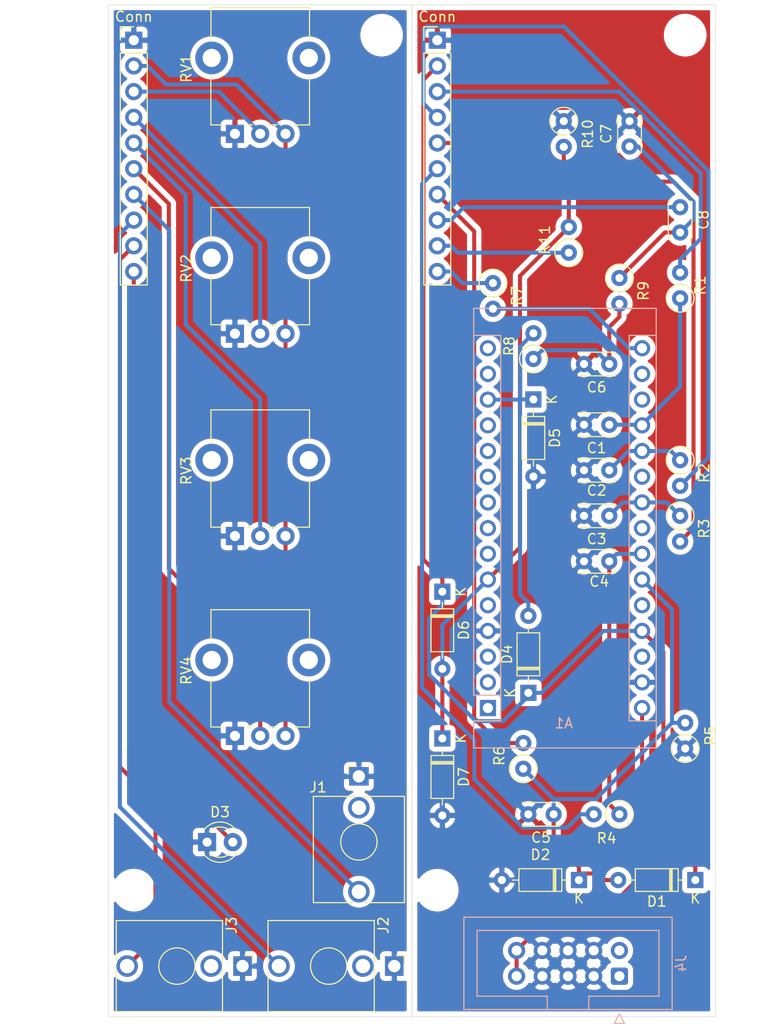
<source format=kicad_pcb>
(kicad_pcb (version 20171130) (host pcbnew "(5.1.9)-1")
  (layers (0 F.Cu signal) (31 B.Cu signal) (34 B.Paste user) (35 F.Paste user) (36 B.SilkS user) (37 F.SilkS user) (38 B.Mask user) (39 F.Mask user) (44 Edge.Cuts user))
  (net 0 "")
  (net 1 "Net-(A1-Pad16)")
  (net 2 "Net-(A1-Pad15)")
  (net 3 12V)
  (net 4 "Net-(A1-Pad14)")
  (net 5 GND)
  (net 6 "Net-(A1-Pad13)")
  (net 7 "Net-(A1-Pad28)")
  (net 8 "Net-(A1-Pad12)")
  (net 9 5V)
  (net 10 "Net-(A1-Pad11)")
  (net 11 "Net-(A1-Pad26)")
  (net 12 "Net-(A1-Pad10)")
  (net 13 "Net-(A1-Pad25)")
  (net 14 "Net-(A1-Pad9)")
  (net 15 "Net-(A1-Pad24)")
  (net 16 "Net-(A1-Pad8)")
  (net 17 "Net-(A1-Pad23)")
  (net 18 "Net-(A1-Pad7)")
  (net 19 "Net-(A1-Pad22)")
  (net 20 "Net-(A1-Pad6)")
  (net 21 "Net-(A1-Pad21)")
  (net 22 "Net-(A1-Pad5)")
  (net 23 "Net-(A1-Pad20)")
  (net 24 "Net-(A1-Pad19)")
  (net 25 "Net-(A1-Pad3)")
  (net 26 "Net-(A1-Pad18)")
  (net 27 "Net-(A1-Pad2)")
  (net 28 "Net-(A1-Pad17)")
  (net 29 "Net-(A1-Pad1)")
  (net 30 "Net-(C6-Pad1)")
  (net 31 "Net-(C7-Pad1)")
  (net 32 "Net-(C8-Pad1)")
  (net 33 "Net-(D3-Pad2)")
  (net 34 "Net-(J1-PadT)")
  (net 35 "Net-(J3-PadT)")
  (net 36 "Net-(J4-Pad2)")
  (net 37 "Net-(J4-Pad1)")
  (net 38 "Net-(R1-Pad2)")
  (net 39 "Net-(R2-Pad2)")
  (net 40 "Net-(R3-Pad2)")
  (net 41 "Net-(R4-Pad2)")
  (module Connector_PinHeader_2.54mm:PinHeader_1x10_P2.54mm_Vertical (layer F.Cu) (at 92.5 53.5)
    (fp_text reference Conn (at 0 -2.33) (layer F.SilkS))
    (fp_text value PinHeader_1x10_P2.54mm_Vertical)
    (pad 1 thru_hole rect (at 0 0) (size 1.7 1.7) (drill 1) (layers *.Cu *.Mask) (net 5 GND))
    (pad 2 thru_hole oval (at 0 2.54) (size 1.7 1.7) (drill 1) (layers *.Cu *.Mask) (net 9 5V))
    (pad 3 thru_hole oval (at 0 5.08) (size 1.7 1.7) (drill 1) (layers *.Cu *.Mask) (net 38 "Net-(R1-Pad2)"))
    (pad 4 thru_hole oval (at 0 7.62) (size 1.7 1.7) (drill 1) (layers *.Cu *.Mask) (net 39 "Net-(R2-Pad2)"))
    (pad 5 thru_hole oval (at 0 10.16) (size 1.7 1.7) (drill 1) (layers *.Cu *.Mask) (net 40 "Net-(R3-Pad2)"))
    (pad 6 thru_hole oval (at 0 12.7) (size 1.7 1.7) (drill 1) (layers *.Cu *.Mask) (net 41 "Net-(R4-Pad2)"))
    (pad 7 thru_hole oval (at 0 15.24) (size 1.7 1.7) (drill 1) (layers *.Cu *.Mask) (net 34 "Net-(J1-PadT)"))
    (pad 8 thru_hole oval (at 0 17.78) (size 1.7 1.7) (drill 1) (layers *.Cu *.Mask) (net 32 "Net-(C8-Pad1)"))
    (pad 9 thru_hole oval (at 0 20.32) (size 1.7 1.7) (drill 1) (layers *.Cu *.Mask) (net 35 "Net-(J3-PadT)"))
    (pad 10 thru_hole oval (at 0 22.86) (size 1.7 1.7) (drill 1) (layers *.Cu *.Mask) (net 33 "Net-(D3-Pad2)"))
  )
  (module MountingHole:MountingHole_3.2mm_M3 (layer F.Cu) (at 92.5 137.5)
    (fp_text reference REF2 hide)
    (fp_text value MountingHole_3.2mm_M3)
    (pad 1 np_thru_hole circle (at 0 0) (size 3.2 3.2) (drill 3.2) (layers *.Cu *.Mask))
  )
  (module MountingHole:MountingHole_3.2mm_M3 (layer F.Cu) (at 117 53)
    (fp_text reference REF1 hide)
    (fp_text value MountingHole_3.2mm_M3)
    (pad 1 np_thru_hole circle (at 0 0) (size 3.2 3.2) (drill 3.2) (layers *.Cu *.Mask))
  )
  (module Potentiometer_THT:Potentiometer_Alpha_RD901F-40-00D_Single_Vertical_CircularHoles (layer F.Cu) (at 102.5 122.25 90)
    (fp_text reference RV4 (at 6.45 -4.8 270) (layer F.SilkS))
    (fp_text value "ATTACK 100K")
    (pad "" thru_hole circle (at 7.5 -2.3 180) (size 3.24 3.24) (drill 1.8) (layers *.Cu *.Mask))
    (pad "" thru_hole circle (at 7.5 7.3 180) (size 3.24 3.24) (drill 1.8) (layers *.Cu *.Mask))
    (pad 3 thru_hole circle (at 0 5 180) (size 1.8 1.8) (drill 1) (layers *.Cu *.Mask) (net 9 5V))
    (pad 2 thru_hole circle (at 0 2.5 180) (size 1.8 1.8) (drill 1) (layers *.Cu *.Mask) (net 41 "Net-(R4-Pad2)"))
    (pad 1 thru_hole rect (at 0 0 180) (size 1.8 1.8) (drill 1) (layers *.Cu *.Mask) (net 5 GND))
  )
  (module Potentiometer_THT:Potentiometer_Alpha_RD901F-40-00D_Single_Vertical_CircularHoles (layer F.Cu) (at 102.5 102.5 90)
    (fp_text reference RV3 (at 6.45 -4.8 270) (layer F.SilkS))
    (fp_text value "DECAY 100K")
    (pad "" thru_hole circle (at 7.5 -2.3 180) (size 3.24 3.24) (drill 1.8) (layers *.Cu *.Mask))
    (pad "" thru_hole circle (at 7.5 7.3 180) (size 3.24 3.24) (drill 1.8) (layers *.Cu *.Mask))
    (pad 3 thru_hole circle (at 0 5 180) (size 1.8 1.8) (drill 1) (layers *.Cu *.Mask) (net 9 5V))
    (pad 2 thru_hole circle (at 0 2.5 180) (size 1.8 1.8) (drill 1) (layers *.Cu *.Mask) (net 40 "Net-(R3-Pad2)"))
    (pad 1 thru_hole rect (at 0 0 180) (size 1.8 1.8) (drill 1) (layers *.Cu *.Mask) (net 5 GND))
  )
  (module Potentiometer_THT:Potentiometer_Alpha_RD901F-40-00D_Single_Vertical_CircularHoles (layer F.Cu) (at 102.5 82.5 90)
    (fp_text reference RV2 (at 6.45 -4.8 270) (layer F.SilkS))
    (fp_text value "HARMONIC 100K")
    (pad "" thru_hole circle (at 7.5 -2.3 180) (size 3.24 3.24) (drill 1.8) (layers *.Cu *.Mask))
    (pad "" thru_hole circle (at 7.5 7.3 180) (size 3.24 3.24) (drill 1.8) (layers *.Cu *.Mask))
    (pad 3 thru_hole circle (at 0 5 180) (size 1.8 1.8) (drill 1) (layers *.Cu *.Mask) (net 9 5V))
    (pad 2 thru_hole circle (at 0 2.5 180) (size 1.8 1.8) (drill 1) (layers *.Cu *.Mask) (net 39 "Net-(R2-Pad2)"))
    (pad 1 thru_hole rect (at 0 0 180) (size 1.8 1.8) (drill 1) (layers *.Cu *.Mask) (net 5 GND))
  )
  (module Potentiometer_THT:Potentiometer_Alpha_RD901F-40-00D_Single_Vertical_CircularHoles (layer F.Cu) (at 102.5 62.75 90)
    (fp_text reference RV1 (at 6.45 -4.8 270) (layer F.SilkS))
    (fp_text value "TONE 100K")
    (pad "" thru_hole circle (at 7.5 -2.3 180) (size 3.24 3.24) (drill 1.8) (layers *.Cu *.Mask))
    (pad "" thru_hole circle (at 7.5 7.3 180) (size 3.24 3.24) (drill 1.8) (layers *.Cu *.Mask))
    (pad 3 thru_hole circle (at 0 5 180) (size 1.8 1.8) (drill 1) (layers *.Cu *.Mask) (net 9 5V))
    (pad 2 thru_hole circle (at 0 2.5 180) (size 1.8 1.8) (drill 1) (layers *.Cu *.Mask) (net 38 "Net-(R1-Pad2)"))
    (pad 1 thru_hole rect (at 0 0 180) (size 1.8 1.8) (drill 1) (layers *.Cu *.Mask) (net 5 GND))
  )
  (module Connector_Audio:Jack_3.5mm_QingPu_WQP-PJ398SM_Vertical_CircularHoles (layer F.Cu) (at 103.25 145 270)
    (fp_text reference J3 (at -4.03 1.08 270) (layer F.SilkS))
    (fp_text value TRIG)
    (pad T thru_hole circle (at 0 11.4 90) (size 2.13 2.13) (drill 1.43) (layers *.Cu *.Mask) (net 35 "Net-(J3-PadT)"))
    (pad S thru_hole rect (at 0 0 90) (size 1.93 1.83) (drill 1.22) (layers *.Cu *.Mask) (net 5 GND))
    (pad TN thru_hole circle (at 0 3.1 90) (size 2.13 2.13) (drill 1.42) (layers *.Cu *.Mask))
  )
  (module Connector_Audio:Jack_3.5mm_QingPu_WQP-PJ398SM_Vertical_CircularHoles (layer F.Cu) (at 118.25 145 270)
    (fp_text reference J2 (at -4.03 1.08 270) (layer F.SilkS))
    (fp_text value OUT)
    (pad T thru_hole circle (at 0 11.4 90) (size 2.13 2.13) (drill 1.43) (layers *.Cu *.Mask) (net 32 "Net-(C8-Pad1)"))
    (pad S thru_hole rect (at 0 0 90) (size 1.93 1.83) (drill 1.22) (layers *.Cu *.Mask) (net 5 GND))
    (pad TN thru_hole circle (at 0 3.1 90) (size 2.13 2.13) (drill 1.42) (layers *.Cu *.Mask))
  )
  (module Connector_Audio:Jack_3.5mm_QingPu_WQP-PJ398SM_Vertical_CircularHoles (layer F.Cu) (at 114.75 126.25)
    (fp_text reference J1 (at -4.03 1.08 180) (layer F.SilkS))
    (fp_text value HARM.CV)
    (pad T thru_hole circle (at 0 11.4 180) (size 2.13 2.13) (drill 1.43) (layers *.Cu *.Mask) (net 34 "Net-(J1-PadT)"))
    (pad S thru_hole rect (at 0 0 180) (size 1.93 1.83) (drill 1.22) (layers *.Cu *.Mask) (net 5 GND))
    (pad TN thru_hole circle (at 0 3.1 180) (size 2.13 2.13) (drill 1.42) (layers *.Cu *.Mask))
  )
  (module LED_THT:LED_D3.0mm (layer F.Cu) (at 99.75 132.75)
    (fp_text reference D3 (at 1.27 -2.96) (layer F.SilkS))
    (fp_text value LED)
    (pad 2 thru_hole circle (at 2.54 0) (size 1.8 1.8) (drill 0.9) (layers *.Cu *.Mask) (net 33 "Net-(D3-Pad2)"))
    (pad 1 thru_hole rect (at 0 0) (size 1.8 1.8) (drill 0.9) (layers *.Cu *.Mask) (net 5 GND))
  )
  (module Connector_PinHeader_2.54mm:PinHeader_1x10_P2.54mm_Vertical (layer F.Cu) (at 122.5 53.5)
    (fp_text reference Conn (at 0 -2.33) (layer F.SilkS))
    (fp_text value PinHeader_1x10_P2.54mm_Vertical)
    (pad 10 thru_hole oval (at 0 22.86) (size 1.7 1.7) (drill 1) (layers *.Cu *.Mask) (net 33 "Net-(D3-Pad2)"))
    (pad 9 thru_hole oval (at 0 20.32) (size 1.7 1.7) (drill 1) (layers *.Cu *.Mask) (net 35 "Net-(J3-PadT)"))
    (pad 8 thru_hole oval (at 0 17.78) (size 1.7 1.7) (drill 1) (layers *.Cu *.Mask) (net 32 "Net-(C8-Pad1)"))
    (pad 7 thru_hole oval (at 0 15.24) (size 1.7 1.7) (drill 1) (layers *.Cu *.Mask) (net 34 "Net-(J1-PadT)"))
    (pad 6 thru_hole oval (at 0 12.7) (size 1.7 1.7) (drill 1) (layers *.Cu *.Mask) (net 41 "Net-(R4-Pad2)"))
    (pad 5 thru_hole oval (at 0 10.16) (size 1.7 1.7) (drill 1) (layers *.Cu *.Mask) (net 40 "Net-(R3-Pad2)"))
    (pad 4 thru_hole oval (at 0 7.62) (size 1.7 1.7) (drill 1) (layers *.Cu *.Mask) (net 39 "Net-(R2-Pad2)"))
    (pad 3 thru_hole oval (at 0 5.08) (size 1.7 1.7) (drill 1) (layers *.Cu *.Mask) (net 38 "Net-(R1-Pad2)"))
    (pad 2 thru_hole oval (at 0 2.54) (size 1.7 1.7) (drill 1) (layers *.Cu *.Mask) (net 9 5V))
    (pad 1 thru_hole rect (at 0 0) (size 1.7 1.7) (drill 1) (layers *.Cu *.Mask) (net 5 GND))
  )
  (module MountingHole:MountingHole_3.2mm_M3 (layer F.Cu) (at 122.5 137.5)
    (fp_text reference REF2 hide)
    (fp_text value MountingHole_3.2mm_M3)
    (pad 1 np_thru_hole circle (at 0 0) (size 3.2 3.2) (drill 3.2) (layers *.Cu *.Mask))
  )
  (module MountingHole:MountingHole_3.2mm_M3 (layer F.Cu) (at 147 53)
    (fp_text reference REF1 hide)
    (fp_text value MountingHole_3.2mm_M3)
    (pad 1 np_thru_hole circle (at 0 0) (size 3.2 3.2) (drill 3.2) (layers *.Cu *.Mask))
  )
  (module Diode_THT:D_DO-35_SOD27_P7.62mm_Horizontal (layer F.Cu) (at 123 122.5 270)
    (fp_text reference D7 (at 3.81 -2.12 90) (layer F.SilkS))
    (fp_text value BAT43)
    (fp_text user K (at 0 -1.8 90) (layer F.SilkS))
    (pad 2 thru_hole oval (at 7.62 0 270) (size 1.6 1.6) (drill 0.8) (layers *.Cu *.Mask) (net 5 GND))
    (pad 1 thru_hole rect (at 0 0 270) (size 1.6 1.6) (drill 0.8) (layers *.Cu *.Mask) (net 20 "Net-(A1-Pad6)"))
  )
  (module Diode_THT:D_DO-35_SOD27_P7.62mm_Horizontal (layer F.Cu) (at 123 108 270)
    (fp_text reference D6 (at 3.81 -2.12 90) (layer F.SilkS))
    (fp_text value BAT43)
    (fp_text user K (at 0 -1.8 90) (layer F.SilkS))
    (pad 2 thru_hole oval (at 7.62 0 270) (size 1.6 1.6) (drill 0.8) (layers *.Cu *.Mask) (net 20 "Net-(A1-Pad6)"))
    (pad 1 thru_hole rect (at 0 0 270) (size 1.6 1.6) (drill 0.8) (layers *.Cu *.Mask) (net 9 5V))
  )
  (module Diode_THT:D_DO-35_SOD27_P7.62mm_Horizontal (layer F.Cu) (at 132 89 270)
    (fp_text reference D5 (at 3.81 -2.12 90) (layer F.SilkS))
    (fp_text value BAT43)
    (fp_text user K (at 0 -1.8 90) (layer F.SilkS))
    (pad 2 thru_hole oval (at 7.62 0 270) (size 1.6 1.6) (drill 0.8) (layers *.Cu *.Mask) (net 5 GND))
    (pad 1 thru_hole rect (at 0 0 270) (size 1.6 1.6) (drill 0.8) (layers *.Cu *.Mask) (net 6 "Net-(A1-Pad13)"))
  )
  (module Diode_THT:D_DO-35_SOD27_P7.62mm_Horizontal (layer F.Cu) (at 131.5 118 90)
    (fp_text reference D4 (at 3.81 -2.12 90) (layer F.SilkS))
    (fp_text value BAT43)
    (fp_text user K (at 0 -1.8 90) (layer F.SilkS))
    (pad 2 thru_hole oval (at 7.62 0 90) (size 1.6 1.6) (drill 0.8) (layers *.Cu *.Mask) (net 6 "Net-(A1-Pad13)"))
    (pad 1 thru_hole rect (at 0 0 90) (size 1.6 1.6) (drill 0.8) (layers *.Cu *.Mask) (net 9 5V))
  )
  (module Diode_THT:D_DO-35_SOD27_P7.62mm_Horizontal (layer F.Cu) (at 136.5 136.5 180)
    (fp_text reference D2 (at 3.81 2.5) (layer F.SilkS))
    (fp_text value BAT43)
    (fp_text user K (at 0 -1.8) (layer F.SilkS))
    (pad 2 thru_hole oval (at 7.62 0 180) (size 1.6 1.6) (drill 0.8) (layers *.Cu *.Mask) (net 5 GND))
    (pad 1 thru_hole rect (at 0 0 180) (size 1.6 1.6) (drill 0.8) (layers *.Cu *.Mask) (net 13 "Net-(A1-Pad25)"))
  )
  (module Diode_THT:D_DO-35_SOD27_P7.62mm_Horizontal (layer F.Cu) (at 148 136.5 180)
    (fp_text reference D1 (at 3.81 -2.12) (layer F.SilkS))
    (fp_text value BAT43)
    (fp_text user K (at 0 -1.8) (layer F.SilkS))
    (pad 2 thru_hole oval (at 7.62 0 180) (size 1.6 1.6) (drill 0.8) (layers *.Cu *.Mask) (net 13 "Net-(A1-Pad25)"))
    (pad 1 thru_hole rect (at 0 0 180) (size 1.6 1.6) (drill 0.8) (layers *.Cu *.Mask) (net 9 5V))
  )
  (module Resistor_THT:R_Axial_DIN0207_L6.3mm_D2.5mm_P2.54mm_Vertical (layer F.Cu) (at 135.5 74.5 90)
    (fp_text reference R11 (at 1.27 -2.37 90) (layer F.SilkS))
    (fp_text value 1K)
    (pad 2 thru_hole oval (at 2.54 0 90) (size 1.6 1.6) (drill 0.8) (layers *.Cu *.Mask) (net 20 "Net-(A1-Pad6)"))
    (pad 1 thru_hole circle (at 0 0 90) (size 1.6 1.6) (drill 0.8) (layers *.Cu *.Mask) (net 35 "Net-(J3-PadT)"))
  )
  (module Resistor_THT:R_Axial_DIN0207_L6.3mm_D2.5mm_P2.54mm_Vertical (layer F.Cu) (at 135 61.5 270)
    (fp_text reference R10 (at 1.27 -2.37 90) (layer F.SilkS))
    (fp_text value 100K)
    (pad 2 thru_hole oval (at 2.54 0 270) (size 1.6 1.6) (drill 0.8) (layers *.Cu *.Mask) (net 20 "Net-(A1-Pad6)"))
    (pad 1 thru_hole circle (at 0 0 270) (size 1.6 1.6) (drill 0.8) (layers *.Cu *.Mask) (net 5 GND))
  )
  (module Resistor_THT:R_Axial_DIN0207_L6.3mm_D2.5mm_P2.54mm_Vertical (layer F.Cu) (at 140.5 77 270)
    (fp_text reference R9 (at 1.27 -2.37 90) (layer F.SilkS))
    (fp_text value 470R)
    (pad 2 thru_hole oval (at 2.54 0 270) (size 1.6 1.6) (drill 0.8) (layers *.Cu *.Mask) (net 30 "Net-(C6-Pad1)"))
    (pad 1 thru_hole circle (at 0 0 270) (size 1.6 1.6) (drill 0.8) (layers *.Cu *.Mask) (net 31 "Net-(C7-Pad1)"))
  )
  (module Resistor_THT:R_Axial_DIN0207_L6.3mm_D2.5mm_P2.54mm_Vertical (layer F.Cu) (at 132 85 90)
    (fp_text reference R8 (at 1.27 -2.37 90) (layer F.SilkS))
    (fp_text value 470R)
    (pad 2 thru_hole oval (at 2.54 0 90) (size 1.6 1.6) (drill 0.8) (layers *.Cu *.Mask) (net 6 "Net-(A1-Pad13)"))
    (pad 1 thru_hole circle (at 0 0 90) (size 1.6 1.6) (drill 0.8) (layers *.Cu *.Mask) (net 30 "Net-(C6-Pad1)"))
  )
  (module Resistor_THT:R_Axial_DIN0207_L6.3mm_D2.5mm_P2.54mm_Vertical (layer F.Cu) (at 128 77.5 270)
    (fp_text reference R7 (at 1.27 -2.37 90) (layer F.SilkS))
    (fp_text value 33K)
    (pad 2 thru_hole oval (at 2.54 0 270) (size 1.6 1.6) (drill 0.8) (layers *.Cu *.Mask) (net 1 "Net-(A1-Pad16)"))
    (pad 1 thru_hole circle (at 0 0 270) (size 1.6 1.6) (drill 0.8) (layers *.Cu *.Mask) (net 33 "Net-(D3-Pad2)"))
  )
  (module Resistor_THT:R_Axial_DIN0207_L6.3mm_D2.5mm_P2.54mm_Vertical (layer F.Cu) (at 131 125.5 90)
    (fp_text reference R6 (at 1.27 -2.37 90) (layer F.SilkS))
    (fp_text value 1K)
    (pad 2 thru_hole oval (at 2.54 0 90) (size 1.6 1.6) (drill 0.8) (layers *.Cu *.Mask) (net 34 "Net-(J1-PadT)"))
    (pad 1 thru_hole circle (at 0 0 90) (size 1.6 1.6) (drill 0.8) (layers *.Cu *.Mask) (net 13 "Net-(A1-Pad25)"))
  )
  (module Resistor_THT:R_Axial_DIN0207_L6.3mm_D2.5mm_P2.54mm_Vertical (layer F.Cu) (at 147 123.5 90)
    (fp_text reference R5 (at 1.27 2.5 90) (layer F.SilkS))
    (fp_text value 100K)
    (pad 2 thru_hole oval (at 2.54 0 90) (size 1.6 1.6) (drill 0.8) (layers *.Cu *.Mask) (net 13 "Net-(A1-Pad25)"))
    (pad 1 thru_hole circle (at 0 0 90) (size 1.6 1.6) (drill 0.8) (layers *.Cu *.Mask) (net 5 GND))
  )
  (module Resistor_THT:R_Axial_DIN0207_L6.3mm_D2.5mm_P2.54mm_Vertical (layer F.Cu) (at 140.5 130 180)
    (fp_text reference R4 (at 1.27 -2.37) (layer F.SilkS))
    (fp_text value 1K)
    (pad 2 thru_hole oval (at 2.54 0 180) (size 1.6 1.6) (drill 0.8) (layers *.Cu *.Mask) (net 41 "Net-(R4-Pad2)"))
    (pad 1 thru_hole circle (at 0 0 180) (size 1.6 1.6) (drill 0.8) (layers *.Cu *.Mask) (net 15 "Net-(A1-Pad24)"))
  )
  (module Resistor_THT:R_Axial_DIN0207_L6.3mm_D2.5mm_P2.54mm_Vertical (layer F.Cu) (at 146.5 100.5 270)
    (fp_text reference R3 (at 1.27 -2.37 90) (layer F.SilkS))
    (fp_text value 1K)
    (pad 2 thru_hole oval (at 2.54 0 270) (size 1.6 1.6) (drill 0.8) (layers *.Cu *.Mask) (net 40 "Net-(R3-Pad2)"))
    (pad 1 thru_hole circle (at 0 0 270) (size 1.6 1.6) (drill 0.8) (layers *.Cu *.Mask) (net 19 "Net-(A1-Pad22)"))
  )
  (module Resistor_THT:R_Axial_DIN0207_L6.3mm_D2.5mm_P2.54mm_Vertical (layer F.Cu) (at 146.5 95 270)
    (fp_text reference R2 (at 1.27 -2.37 90) (layer F.SilkS))
    (fp_text value 1K)
    (pad 2 thru_hole oval (at 2.54 0 270) (size 1.6 1.6) (drill 0.8) (layers *.Cu *.Mask) (net 39 "Net-(R2-Pad2)"))
    (pad 1 thru_hole circle (at 0 0 270) (size 1.6 1.6) (drill 0.8) (layers *.Cu *.Mask) (net 23 "Net-(A1-Pad20)"))
  )
  (module Resistor_THT:R_Axial_DIN0207_L6.3mm_D2.5mm_P2.54mm_Vertical (layer F.Cu) (at 146.5 79 90)
    (fp_text reference R1 (at 1.27 2 90) (layer F.SilkS))
    (fp_text value 1K)
    (pad 2 thru_hole oval (at 2.54 0 90) (size 1.6 1.6) (drill 0.8) (layers *.Cu *.Mask) (net 38 "Net-(R1-Pad2)"))
    (pad 1 thru_hole circle (at 0 0 90) (size 1.6 1.6) (drill 0.8) (layers *.Cu *.Mask) (net 24 "Net-(A1-Pad19)"))
  )
  (module Connector_IDC:IDC-Header_2x05_P2.54mm_Vertical (layer B.Cu) (at 140.5 146 90)
    (fp_text reference J4 (at 1.27 6.1 270) (layer B.SilkS) (effects (justify mirror)))
    (fp_text value POWER)
    (pad 10 thru_hole circle (at 2.54 -10.16 90) (size 1.7 1.7) (drill 1) (layers *.Cu *.Mask) (net 3 12V))
    (pad 8 thru_hole circle (at 2.54 -7.62 90) (size 1.7 1.7) (drill 1) (layers *.Cu *.Mask) (net 5 GND))
    (pad 6 thru_hole circle (at 2.54 -5.08 90) (size 1.7 1.7) (drill 1) (layers *.Cu *.Mask) (net 5 GND))
    (pad 4 thru_hole circle (at 2.54 -2.54 90) (size 1.7 1.7) (drill 1) (layers *.Cu *.Mask) (net 5 GND))
    (pad 2 thru_hole circle (at 2.54 0 90) (size 1.7 1.7) (drill 1) (layers *.Cu *.Mask) (net 36 "Net-(J4-Pad2)"))
    (pad 9 thru_hole circle (at 0 -10.16 90) (size 1.7 1.7) (drill 1) (layers *.Cu *.Mask) (net 3 12V))
    (pad 7 thru_hole circle (at 0 -7.62 90) (size 1.7 1.7) (drill 1) (layers *.Cu *.Mask) (net 5 GND))
    (pad 5 thru_hole circle (at 0 -5.08 90) (size 1.7 1.7) (drill 1) (layers *.Cu *.Mask) (net 5 GND))
    (pad 3 thru_hole circle (at 0 -2.54 90) (size 1.7 1.7) (drill 1) (layers *.Cu *.Mask) (net 5 GND))
    (pad 1 thru_hole roundrect (at 0 0 90) (size 1.7 1.7) (drill 1) (layers *.Cu *.Mask) (roundrect_rratio 0.147059) (net 37 "Net-(J4-Pad1)"))
  )
  (module Capacitor_THT:C_Disc_D3.4mm_W2.1mm_P2.50mm (layer F.Cu) (at 146.5 70 270)
    (fp_text reference C8 (at 1.25 -2.3 90) (layer F.SilkS))
    (fp_text value 2.2nF)
    (pad 2 thru_hole circle (at 2.5 0 270) (size 1.6 1.6) (drill 0.8) (layers *.Cu *.Mask) (net 31 "Net-(C7-Pad1)"))
    (pad 1 thru_hole circle (at 0 0 270) (size 1.6 1.6) (drill 0.8) (layers *.Cu *.Mask) (net 32 "Net-(C8-Pad1)"))
  )
  (module Capacitor_THT:C_Disc_D3.4mm_W2.1mm_P2.50mm (layer F.Cu) (at 141.5 64 90)
    (fp_text reference C7 (at 1.25 -2.3 90) (layer F.SilkS))
    (fp_text value 470nF)
    (pad 2 thru_hole circle (at 2.5 0 90) (size 1.6 1.6) (drill 0.8) (layers *.Cu *.Mask) (net 5 GND))
    (pad 1 thru_hole circle (at 0 0 90) (size 1.6 1.6) (drill 0.8) (layers *.Cu *.Mask) (net 31 "Net-(C7-Pad1)"))
  )
  (module Capacitor_THT:C_Disc_D3.4mm_W2.1mm_P2.50mm (layer F.Cu) (at 139.5 85.5 180)
    (fp_text reference C6 (at 1.25 -2.3) (layer F.SilkS))
    (fp_text value 2.2uF)
    (pad 2 thru_hole circle (at 2.5 0 180) (size 1.6 1.6) (drill 0.8) (layers *.Cu *.Mask) (net 5 GND))
    (pad 1 thru_hole circle (at 0 0 180) (size 1.6 1.6) (drill 0.8) (layers *.Cu *.Mask) (net 30 "Net-(C6-Pad1)"))
  )
  (module Capacitor_THT:C_Disc_D3.4mm_W2.1mm_P2.50mm (layer F.Cu) (at 134 130 180)
    (fp_text reference C5 (at 1.25 -2.3) (layer F.SilkS))
    (fp_text value 100pF)
    (pad 2 thru_hole circle (at 2.5 0 180) (size 1.6 1.6) (drill 0.8) (layers *.Cu *.Mask) (net 5 GND))
    (pad 1 thru_hole circle (at 0 0 180) (size 1.6 1.6) (drill 0.8) (layers *.Cu *.Mask) (net 13 "Net-(A1-Pad25)"))
  )
  (module Capacitor_THT:C_Disc_D3.4mm_W2.1mm_P2.50mm (layer F.Cu) (at 139.5 105 180)
    (fp_text reference C4 (at 1 -2) (layer F.SilkS))
    (fp_text value 100pF)
    (pad 2 thru_hole circle (at 2.5 0 180) (size 1.6 1.6) (drill 0.8) (layers *.Cu *.Mask) (net 5 GND))
    (pad 1 thru_hole circle (at 0 0 180) (size 1.6 1.6) (drill 0.8) (layers *.Cu *.Mask) (net 15 "Net-(A1-Pad24)"))
  )
  (module Capacitor_THT:C_Disc_D3.4mm_W2.1mm_P2.50mm (layer F.Cu) (at 139.5 100.5 180)
    (fp_text reference C3 (at 1.25 -2.3) (layer F.SilkS))
    (fp_text value 100pF)
    (pad 2 thru_hole circle (at 2.5 0 180) (size 1.6 1.6) (drill 0.8) (layers *.Cu *.Mask) (net 5 GND))
    (pad 1 thru_hole circle (at 0 0 180) (size 1.6 1.6) (drill 0.8) (layers *.Cu *.Mask) (net 19 "Net-(A1-Pad22)"))
  )
  (module Capacitor_THT:C_Disc_D3.4mm_W2.1mm_P2.50mm (layer F.Cu) (at 139.5 96 180)
    (fp_text reference C2 (at 1.25 -2) (layer F.SilkS))
    (fp_text value 100pF)
    (pad 2 thru_hole circle (at 2.5 0 180) (size 1.6 1.6) (drill 0.8) (layers *.Cu *.Mask) (net 5 GND))
    (pad 1 thru_hole circle (at 0 0 180) (size 1.6 1.6) (drill 0.8) (layers *.Cu *.Mask) (net 23 "Net-(A1-Pad20)"))
  )
  (module Capacitor_THT:C_Disc_D3.4mm_W2.1mm_P2.50mm (layer F.Cu) (at 139.5 91.5 180)
    (fp_text reference C1 (at 1.25 -2.3) (layer F.SilkS))
    (fp_text value 100pF)
    (pad 2 thru_hole circle (at 2.5 0 180) (size 1.6 1.6) (drill 0.8) (layers *.Cu *.Mask) (net 5 GND))
    (pad 1 thru_hole circle (at 0 0 180) (size 1.6 1.6) (drill 0.8) (layers *.Cu *.Mask) (net 24 "Net-(A1-Pad19)"))
  )
  (module Module:Arduino_Nano (layer B.Cu) (at 127.5 119.5)
    (fp_text reference A1 (at 7.5 1.5) (layer B.SilkS) (effects (justify mirror)))
    (fp_text value Arduino_Nano_v3.x)
    (pad 16 thru_hole oval (at 15.24 -35.56) (size 1.6 1.6) (drill 1) (layers *.Cu *.Mask) (net 1 "Net-(A1-Pad16)"))
    (pad 15 thru_hole oval (at 0 -35.56) (size 1.6 1.6) (drill 1) (layers *.Cu *.Mask) (net 2 "Net-(A1-Pad15)"))
    (pad 30 thru_hole oval (at 15.24 0) (size 1.6 1.6) (drill 1) (layers *.Cu *.Mask) (net 3 12V))
    (pad 14 thru_hole oval (at 0 -33.02) (size 1.6 1.6) (drill 1) (layers *.Cu *.Mask) (net 4 "Net-(A1-Pad14)"))
    (pad 29 thru_hole oval (at 15.24 -2.54) (size 1.6 1.6) (drill 1) (layers *.Cu *.Mask) (net 5 GND))
    (pad 13 thru_hole oval (at 0 -30.48) (size 1.6 1.6) (drill 1) (layers *.Cu *.Mask) (net 6 "Net-(A1-Pad13)"))
    (pad 28 thru_hole oval (at 15.24 -5.08) (size 1.6 1.6) (drill 1) (layers *.Cu *.Mask) (net 7 "Net-(A1-Pad28)"))
    (pad 12 thru_hole oval (at 0 -27.94) (size 1.6 1.6) (drill 1) (layers *.Cu *.Mask) (net 8 "Net-(A1-Pad12)"))
    (pad 27 thru_hole oval (at 15.24 -7.62) (size 1.6 1.6) (drill 1) (layers *.Cu *.Mask) (net 9 5V))
    (pad 11 thru_hole oval (at 0 -25.4) (size 1.6 1.6) (drill 1) (layers *.Cu *.Mask) (net 10 "Net-(A1-Pad11)"))
    (pad 26 thru_hole oval (at 15.24 -10.16) (size 1.6 1.6) (drill 1) (layers *.Cu *.Mask) (net 11 "Net-(A1-Pad26)"))
    (pad 10 thru_hole oval (at 0 -22.86) (size 1.6 1.6) (drill 1) (layers *.Cu *.Mask) (net 12 "Net-(A1-Pad10)"))
    (pad 25 thru_hole oval (at 15.24 -12.7) (size 1.6 1.6) (drill 1) (layers *.Cu *.Mask) (net 13 "Net-(A1-Pad25)"))
    (pad 9 thru_hole oval (at 0 -20.32) (size 1.6 1.6) (drill 1) (layers *.Cu *.Mask) (net 14 "Net-(A1-Pad9)"))
    (pad 24 thru_hole oval (at 15.24 -15.24) (size 1.6 1.6) (drill 1) (layers *.Cu *.Mask) (net 15 "Net-(A1-Pad24)"))
    (pad 8 thru_hole oval (at 0 -17.78) (size 1.6 1.6) (drill 1) (layers *.Cu *.Mask) (net 16 "Net-(A1-Pad8)"))
    (pad 23 thru_hole oval (at 15.24 -17.78) (size 1.6 1.6) (drill 1) (layers *.Cu *.Mask) (net 17 "Net-(A1-Pad23)"))
    (pad 7 thru_hole oval (at 0 -15.24) (size 1.6 1.6) (drill 1) (layers *.Cu *.Mask) (net 18 "Net-(A1-Pad7)"))
    (pad 22 thru_hole oval (at 15.24 -20.32) (size 1.6 1.6) (drill 1) (layers *.Cu *.Mask) (net 19 "Net-(A1-Pad22)"))
    (pad 6 thru_hole oval (at 0 -12.7) (size 1.6 1.6) (drill 1) (layers *.Cu *.Mask) (net 20 "Net-(A1-Pad6)"))
    (pad 21 thru_hole oval (at 15.24 -22.86) (size 1.6 1.6) (drill 1) (layers *.Cu *.Mask) (net 21 "Net-(A1-Pad21)"))
    (pad 5 thru_hole oval (at 0 -10.16) (size 1.6 1.6) (drill 1) (layers *.Cu *.Mask) (net 22 "Net-(A1-Pad5)"))
    (pad 20 thru_hole oval (at 15.24 -25.4) (size 1.6 1.6) (drill 1) (layers *.Cu *.Mask) (net 23 "Net-(A1-Pad20)"))
    (pad 4 thru_hole oval (at 0 -7.62) (size 1.6 1.6) (drill 1) (layers *.Cu *.Mask) (net 5 GND))
    (pad 19 thru_hole oval (at 15.24 -27.94) (size 1.6 1.6) (drill 1) (layers *.Cu *.Mask) (net 24 "Net-(A1-Pad19)"))
    (pad 3 thru_hole oval (at 0 -5.08) (size 1.6 1.6) (drill 1) (layers *.Cu *.Mask) (net 25 "Net-(A1-Pad3)"))
    (pad 18 thru_hole oval (at 15.24 -30.48) (size 1.6 1.6) (drill 1) (layers *.Cu *.Mask) (net 26 "Net-(A1-Pad18)"))
    (pad 2 thru_hole oval (at 0 -2.54) (size 1.6 1.6) (drill 1) (layers *.Cu *.Mask) (net 27 "Net-(A1-Pad2)"))
    (pad 17 thru_hole oval (at 15.24 -33.02) (size 1.6 1.6) (drill 1) (layers *.Cu *.Mask) (net 28 "Net-(A1-Pad17)"))
    (pad 1 thru_hole rect (at 0 0) (size 1.6 1.6) (drill 1) (layers *.Cu *.Mask) (net 29 "Net-(A1-Pad1)"))
  )
  (gr_line (start 120 50) (end 90 50) (layer Edge.Cuts) (width 0.05))
  (gr_line (start 120 150) (end 120 50) (layer Edge.Cuts) (width 0.05))
  (gr_line (start 90 150) (end 120 150) (layer Edge.Cuts) (width 0.05))
  (gr_line (start 90 50) (end 90 150) (layer Edge.Cuts) (width 0.05))
  (gr_line (start 150 50) (end 120 50) (layer Edge.Cuts) (width 0.05))
  (gr_line (start 150 150) (end 150 50) (layer Edge.Cuts) (width 0.05))
  (gr_line (start 120 150) (end 150 150) (layer Edge.Cuts) (width 0.05))
  (gr_line (start 120 50) (end 120 150) (layer Edge.Cuts) (width 0.05))
  (segment (start 142.74 83.94) (end 141.4397 83.94) (width 0.4) (layer B.Cu) (net 1))
  (segment (start 141.4397 83.94) (end 137.5397 80.04) (width 0.4) (layer B.Cu) (net 1))
  (segment (start 137.5397 80.04) (end 128 80.04) (width 0.4) (layer B.Cu) (net 1))
  (segment (start 142.74 119.5) (end 142.74 135.9943) (width 0.4) (layer F.Cu) (net 3))
  (segment (start 142.74 135.9943) (end 139.2489 139.4854) (width 0.4) (layer F.Cu) (net 3))
  (segment (start 139.2489 139.4854) (end 134.3146 139.4854) (width 0.4) (layer F.Cu) (net 3))
  (segment (start 134.3146 139.4854) (end 130.34 143.46) (width 0.4) (layer F.Cu) (net 3))
  (segment (start 130.34 146) (end 130.34 143.46) (width 0.4) (layer F.Cu) (net 3))
  (segment (start 130.6797 89.02) (end 130.6997 89) (width 0.4) (layer B.Cu) (net 6))
  (segment (start 127.5 89.02) (end 130.6797 89.02) (width 0.4) (layer B.Cu) (net 6))
  (segment (start 130.6797 89.02) (end 130.6797 108.2594) (width 0.4) (layer B.Cu) (net 6))
  (segment (start 130.6797 108.2594) (end 131.5 109.0797) (width 0.4) (layer B.Cu) (net 6))
  (segment (start 131.5 110.38) (end 131.5 109.0797) (width 0.4) (layer B.Cu) (net 6))
  (segment (start 132 82.46) (end 130.6997 83.7603) (width 0.4) (layer B.Cu) (net 6))
  (segment (start 130.6997 83.7603) (end 130.6997 89) (width 0.4) (layer B.Cu) (net 6))
  (segment (start 132 89) (end 130.6997 89) (width 0.4) (layer B.Cu) (net 6))
  (segment (start 107.5 102.5) (end 107.5 82.5) (width 0.4) (layer F.Cu) (net 9))
  (segment (start 107.5 122.25) (end 107.5 102.5) (width 0.4) (layer F.Cu) (net 9))
  (segment (start 107.5 82.5) (end 107.5 62.75) (width 0.4) (layer F.Cu) (net 9))
  (segment (start 92.5 56.04) (end 93.8503 56.04) (width 0.4) (layer B.Cu) (net 9))
  (segment (start 107.5 62.75) (end 102.6227 57.8727) (width 0.4) (layer B.Cu) (net 9))
  (segment (start 102.6227 57.8727) (end 95.683 57.8727) (width 0.4) (layer B.Cu) (net 9))
  (segment (start 95.683 57.8727) (end 93.8503 56.04) (width 0.4) (layer B.Cu) (net 9))
  (segment (start 123 108) (end 123 106.6997) (width 0.4) (layer F.Cu) (net 9))
  (segment (start 123 106.6997) (end 121.1283 104.828) (width 0.4) (layer F.Cu) (net 9))
  (segment (start 121.1283 104.828) (end 121.1283 57.4117) (width 0.4) (layer F.Cu) (net 9))
  (segment (start 121.1283 57.4117) (end 122.5 56.04) (width 0.4) (layer F.Cu) (net 9))
  (segment (start 148 136.5) (end 148 135.1997) (width 0.4) (layer F.Cu) (net 9))
  (segment (start 142.74 111.88) (end 144.8483 113.9883) (width 0.4) (layer F.Cu) (net 9))
  (segment (start 144.8483 113.9883) (end 144.8483 132.048) (width 0.4) (layer F.Cu) (net 9))
  (segment (start 144.8483 132.048) (end 148 135.1997) (width 0.4) (layer F.Cu) (net 9))
  (segment (start 123 108) (end 123 109.3003) (width 0.4) (layer B.Cu) (net 9))
  (segment (start 131.8082 118) (end 129.0078 120.8004) (width 0.4) (layer B.Cu) (net 9))
  (segment (start 129.0078 120.8004) (end 126.311 120.8004) (width 0.4) (layer B.Cu) (net 9))
  (segment (start 126.311 120.8004) (end 121.6997 116.1891) (width 0.4) (layer B.Cu) (net 9))
  (segment (start 121.6997 116.1891) (end 121.6997 110.6006) (width 0.4) (layer B.Cu) (net 9))
  (segment (start 121.6997 110.6006) (end 123 109.3003) (width 0.4) (layer B.Cu) (net 9))
  (segment (start 132.1502 118) (end 132.8003 118) (width 0.4) (layer B.Cu) (net 9))
  (segment (start 131.5 118) (end 131.8082 118) (width 0.4) (layer B.Cu) (net 9))
  (segment (start 132.1502 118) (end 131.8082 118) (width 0.4) (layer B.Cu) (net 9))
  (segment (start 142.74 111.88) (end 138.9203 111.88) (width 0.4) (layer B.Cu) (net 9))
  (segment (start 138.9203 111.88) (end 132.8003 118) (width 0.4) (layer B.Cu) (net 9))
  (segment (start 142.74 106.8) (end 145.6997 109.7597) (width 0.4) (layer B.Cu) (net 13))
  (segment (start 145.6997 109.7597) (end 145.6997 120.96) (width 0.4) (layer B.Cu) (net 13))
  (segment (start 147 120.96) (end 145.6997 120.96) (width 0.4) (layer B.Cu) (net 13))
  (segment (start 134 128.5) (end 131 125.5) (width 0.4) (layer B.Cu) (net 13))
  (segment (start 134 130) (end 134 128.5) (width 0.4) (layer B.Cu) (net 13))
  (segment (start 134 128.5) (end 138.1597 128.5) (width 0.4) (layer B.Cu) (net 13))
  (segment (start 138.1597 128.5) (end 145.6997 120.96) (width 0.4) (layer B.Cu) (net 13))
  (segment (start 140.38 136.5) (end 139.0797 136.5) (width 0.4) (layer F.Cu) (net 13))
  (segment (start 136.5 135.8498) (end 138.4295 135.8498) (width 0.4) (layer F.Cu) (net 13))
  (segment (start 138.4295 135.8498) (end 139.0797 136.5) (width 0.4) (layer F.Cu) (net 13))
  (segment (start 136.5 135.8498) (end 136.5 135.1997) (width 0.4) (layer F.Cu) (net 13))
  (segment (start 136.5 136.5) (end 136.5 135.8498) (width 0.4) (layer F.Cu) (net 13))
  (segment (start 134 130) (end 134 132.6997) (width 0.4) (layer F.Cu) (net 13))
  (segment (start 134 132.6997) (end 136.5 135.1997) (width 0.4) (layer F.Cu) (net 13))
  (segment (start 139.5 105) (end 139.5 129) (width 0.4) (layer F.Cu) (net 15))
  (segment (start 139.5 129) (end 140.5 130) (width 0.4) (layer F.Cu) (net 15))
  (segment (start 142.74 104.26) (end 140.24 104.26) (width 0.4) (layer B.Cu) (net 15))
  (segment (start 140.24 104.26) (end 139.5 105) (width 0.4) (layer B.Cu) (net 15))
  (segment (start 142.74 99.18) (end 145.18 99.18) (width 0.4) (layer B.Cu) (net 19))
  (segment (start 145.18 99.18) (end 146.5 100.5) (width 0.4) (layer B.Cu) (net 19))
  (segment (start 139.5 100.5) (end 140.82 99.18) (width 0.4) (layer B.Cu) (net 19))
  (segment (start 140.82 99.18) (end 142.74 99.18) (width 0.4) (layer B.Cu) (net 19))
  (segment (start 135 64.04) (end 135 65.3403) (width 0.4) (layer F.Cu) (net 20))
  (segment (start 135 65.3403) (end 135.5 65.8403) (width 0.4) (layer F.Cu) (net 20))
  (segment (start 135.5 65.8403) (end 135.5 71.96) (width 0.4) (layer F.Cu) (net 20))
  (segment (start 127.5 106.8) (end 130.6718 103.6282) (width 0.4) (layer F.Cu) (net 20))
  (segment (start 130.6718 103.6282) (end 130.6718 76.7882) (width 0.4) (layer F.Cu) (net 20))
  (segment (start 130.6718 76.7882) (end 135.5 71.96) (width 0.4) (layer F.Cu) (net 20))
  (segment (start 127.5 106.8) (end 123 111.3) (width 0.4) (layer B.Cu) (net 20))
  (segment (start 123 111.3) (end 123 115.62) (width 0.4) (layer B.Cu) (net 20))
  (segment (start 123 115.62) (end 123 122.5) (width 0.4) (layer F.Cu) (net 20))
  (segment (start 142.74 94.1) (end 145.6 94.1) (width 0.4) (layer B.Cu) (net 23))
  (segment (start 145.6 94.1) (end 146.5 95) (width 0.4) (layer B.Cu) (net 23))
  (segment (start 139.5 96) (end 141.4 94.1) (width 0.4) (layer B.Cu) (net 23))
  (segment (start 141.4 94.1) (end 142.74 94.1) (width 0.4) (layer B.Cu) (net 23))
  (segment (start 142.74 91.5) (end 146.5 87.74) (width 0.4) (layer B.Cu) (net 24))
  (segment (start 146.5 87.74) (end 146.5 79) (width 0.4) (layer B.Cu) (net 24))
  (segment (start 142.74 91.56) (end 142.74 91.5) (width 0.4) (layer B.Cu) (net 24))
  (segment (start 142.74 91.5) (end 139.5 91.5) (width 0.4) (layer B.Cu) (net 24))
  (segment (start 140.5 79.54) (end 140.5 80.8403) (width 0.4) (layer F.Cu) (net 30))
  (segment (start 139.5 85.5) (end 139.5 81.8403) (width 0.4) (layer F.Cu) (net 30))
  (segment (start 139.5 81.8403) (end 140.5 80.8403) (width 0.4) (layer F.Cu) (net 30))
  (segment (start 139.5 85.5) (end 138.1478 84.1478) (width 0.4) (layer B.Cu) (net 30))
  (segment (start 138.1478 84.1478) (end 132.8522 84.1478) (width 0.4) (layer B.Cu) (net 30))
  (segment (start 132.8522 84.1478) (end 132 85) (width 0.4) (layer B.Cu) (net 30))
  (segment (start 141.5 64) (end 142.3502 64) (width 0.4) (layer B.Cu) (net 31))
  (segment (start 142.3502 64) (end 147.8362 69.486) (width 0.4) (layer B.Cu) (net 31))
  (segment (start 147.8362 69.486) (end 147.8362 71.1638) (width 0.4) (layer B.Cu) (net 31))
  (segment (start 147.8362 71.1638) (end 146.5 72.5) (width 0.4) (layer B.Cu) (net 31))
  (segment (start 146.5 72.5) (end 145 72.5) (width 0.4) (layer F.Cu) (net 31))
  (segment (start 145 72.5) (end 140.5 77) (width 0.4) (layer F.Cu) (net 31))
  (segment (start 106.85 145) (end 91.1283 129.2783) (width 0.4) (layer B.Cu) (net 32))
  (segment (start 91.1283 129.2783) (end 91.1283 72.6517) (width 0.4) (layer B.Cu) (net 32))
  (segment (start 91.1283 72.6517) (end 92.5 71.28) (width 0.4) (layer B.Cu) (net 32))
  (segment (start 122.5 71.28) (end 123.8503 71.28) (width 0.4) (layer B.Cu) (net 32))
  (segment (start 146.5 70) (end 125.1303 70) (width 0.4) (layer B.Cu) (net 32))
  (segment (start 125.1303 70) (end 123.8503 71.28) (width 0.4) (layer B.Cu) (net 32))
  (segment (start 102.29 132.75) (end 92.5 122.96) (width 0.4) (layer F.Cu) (net 33))
  (segment (start 92.5 122.96) (end 92.5 76.36) (width 0.4) (layer F.Cu) (net 33))
  (segment (start 122.5 76.36) (end 123.8503 76.36) (width 0.4) (layer B.Cu) (net 33))
  (segment (start 128 77.5) (end 124.9903 77.5) (width 0.4) (layer B.Cu) (net 33))
  (segment (start 124.9903 77.5) (end 123.8503 76.36) (width 0.4) (layer B.Cu) (net 33))
  (segment (start 114.75 137.65) (end 96.0094 118.9094) (width 0.4) (layer B.Cu) (net 34))
  (segment (start 96.0094 118.9094) (end 96.0094 72.2494) (width 0.4) (layer B.Cu) (net 34))
  (segment (start 96.0094 72.2494) (end 92.5 68.74) (width 0.4) (layer B.Cu) (net 34))
  (segment (start 131 122.96) (end 128.5997 122.96) (width 0.4) (layer F.Cu) (net 34))
  (segment (start 128.5997 122.96) (end 126.1484 120.5087) (width 0.4) (layer F.Cu) (net 34))
  (segment (start 126.1484 120.5087) (end 126.1484 72.3884) (width 0.4) (layer F.Cu) (net 34))
  (segment (start 126.1484 72.3884) (end 122.5 68.74) (width 0.4) (layer F.Cu) (net 34))
  (segment (start 91.85 145) (end 94.6483 142.2017) (width 0.4) (layer F.Cu) (net 35))
  (segment (start 94.6483 142.2017) (end 94.6483 128.8411) (width 0.4) (layer F.Cu) (net 35))
  (segment (start 94.6483 128.8411) (end 91.1283 125.3211) (width 0.4) (layer F.Cu) (net 35))
  (segment (start 91.1283 125.3211) (end 91.1283 75.1917) (width 0.4) (layer F.Cu) (net 35))
  (segment (start 91.1283 75.1917) (end 92.5 73.82) (width 0.4) (layer F.Cu) (net 35))
  (segment (start 122.5 73.82) (end 123.8503 73.82) (width 0.4) (layer B.Cu) (net 35))
  (segment (start 135.5 74.5) (end 124.5303 74.5) (width 0.4) (layer B.Cu) (net 35))
  (segment (start 124.5303 74.5) (end 123.8503 73.82) (width 0.4) (layer B.Cu) (net 35))
  (segment (start 105 62.75) (end 105 62.6623) (width 0.4) (layer B.Cu) (net 38))
  (segment (start 105 62.6623) (end 100.9177 58.58) (width 0.4) (layer B.Cu) (net 38))
  (segment (start 100.9177 58.58) (end 92.5 58.58) (width 0.4) (layer B.Cu) (net 38))
  (segment (start 146.5 76.46) (end 146.5 75.1597) (width 0.4) (layer B.Cu) (net 38))
  (segment (start 122.5 58.58) (end 140.4697 58.58) (width 0.4) (layer B.Cu) (net 38))
  (segment (start 140.4697 58.58) (end 148.5366 66.6469) (width 0.4) (layer B.Cu) (net 38))
  (segment (start 148.5366 66.6469) (end 148.5366 73.1231) (width 0.4) (layer B.Cu) (net 38))
  (segment (start 148.5366 73.1231) (end 146.5 75.1597) (width 0.4) (layer B.Cu) (net 38))
  (segment (start 105 82.5) (end 105 73.62) (width 0.4) (layer B.Cu) (net 39))
  (segment (start 105 73.62) (end 92.5 61.12) (width 0.4) (layer B.Cu) (net 39))
  (segment (start 146.5 97.54) (end 149.3027 94.7373) (width 0.4) (layer B.Cu) (net 39))
  (segment (start 149.3027 94.7373) (end 149.3027 66.4225) (width 0.4) (layer B.Cu) (net 39))
  (segment (start 149.3027 66.4225) (end 135.0298 52.1496) (width 0.4) (layer B.Cu) (net 39))
  (segment (start 135.0298 52.1496) (end 121.4241 52.1496) (width 0.4) (layer B.Cu) (net 39))
  (segment (start 121.4241 52.1496) (end 121.1283 52.4454) (width 0.4) (layer B.Cu) (net 39))
  (segment (start 121.1283 52.4454) (end 121.1283 59.7483) (width 0.4) (layer B.Cu) (net 39))
  (segment (start 121.1283 59.7483) (end 122.5 61.12) (width 0.4) (layer B.Cu) (net 39))
  (segment (start 105 102.5) (end 105 88.9482) (width 0.4) (layer B.Cu) (net 40))
  (segment (start 105 88.9482) (end 97.6301 81.5783) (width 0.4) (layer B.Cu) (net 40))
  (segment (start 97.6301 81.5783) (end 97.6301 68.7901) (width 0.4) (layer B.Cu) (net 40))
  (segment (start 97.6301 68.7901) (end 92.5 63.66) (width 0.4) (layer B.Cu) (net 40))
  (segment (start 122.5 63.66) (end 123.8503 63.66) (width 0.4) (layer F.Cu) (net 40))
  (segment (start 146.5 103.04) (end 147.8226 101.7174) (width 0.4) (layer F.Cu) (net 40))
  (segment (start 147.8226 101.7174) (end 147.8226 69.4639) (width 0.4) (layer F.Cu) (net 40))
  (segment (start 147.8226 69.4639) (end 145.8314 67.4727) (width 0.4) (layer F.Cu) (net 40))
  (segment (start 145.8314 67.4727) (end 143.0758 67.4727) (width 0.4) (layer F.Cu) (net 40))
  (segment (start 143.0758 67.4727) (end 135.7866 60.1835) (width 0.4) (layer F.Cu) (net 40))
  (segment (start 135.7866 60.1835) (end 127.3268 60.1835) (width 0.4) (layer F.Cu) (net 40))
  (segment (start 127.3268 60.1835) (end 123.8503 63.66) (width 0.4) (layer F.Cu) (net 40))
  (segment (start 105 122.25) (end 105 114.7521) (width 0.4) (layer F.Cu) (net 41))
  (segment (start 105 114.7521) (end 95.9716 105.7237) (width 0.4) (layer F.Cu) (net 41))
  (segment (start 95.9716 105.7237) (end 95.9716 69.6716) (width 0.4) (layer F.Cu) (net 41))
  (segment (start 95.9716 69.6716) (end 92.5 66.2) (width 0.4) (layer F.Cu) (net 41))
  (segment (start 137.96 130) (end 136.6597 130) (width 0.4) (layer B.Cu) (net 41))
  (segment (start 122.5 66.2) (end 120.9915 67.7085) (width 0.4) (layer B.Cu) (net 41))
  (segment (start 120.9915 67.7085) (end 120.9915 117.4842) (width 0.4) (layer B.Cu) (net 41))
  (segment (start 120.9915 117.4842) (end 126.166 122.6587) (width 0.4) (layer B.Cu) (net 41))
  (segment (start 126.166 122.6587) (end 126.166 126.5227) (width 0.4) (layer B.Cu) (net 41))
  (segment (start 126.166 126.5227) (end 130.9523 131.309) (width 0.4) (layer B.Cu) (net 41))
  (segment (start 130.9523 131.309) (end 135.3507 131.309) (width 0.4) (layer B.Cu) (net 41))
  (segment (start 135.3507 131.309) (end 136.6597 130) (width 0.4) (layer B.Cu) (net 41))
  (zone (net 5) (net_name GND) (layer B.Cu) (connect_pads (clearance 0.508)) (min_thickness 0.254) (fill yes (arc_segments 32) (thermal_gap 0.508) (thermal_bridge_width 0.508))
    (polygon (pts (xy 120 150) (xy 90 150) (xy 90 50) (xy 120 50)))
  )
  (zone (net 5) (net_name GND) (layer F.Cu) (connect_pads (clearance 0.508)) (min_thickness 0.254) (fill yes (arc_segments 32) (thermal_gap 0.508) (thermal_bridge_width 0.508))
    (polygon (pts (xy 120 150) (xy 90 150) (xy 90 50) (xy 120 50)))
  )
  (zone (net 5) (net_name GND) (layer B.Cu) (connect_pads (clearance 0.508)) (min_thickness 0.254) (fill yes (arc_segments 32) (thermal_gap 0.508) (thermal_bridge_width 0.508))
    (polygon (pts (xy 150 150) (xy 120 150) (xy 120 50) (xy 150 50)))
  )
  (zone (net 5) (net_name GND) (layer F.Cu) (connect_pads (clearance 0.508)) (min_thickness 0.254) (fill yes (arc_segments 32) (thermal_gap 0.508) (thermal_bridge_width 0.508))
    (polygon (pts (xy 150 150) (xy 120 150) (xy 120 50) (xy 150 50)))
  )
)
</source>
